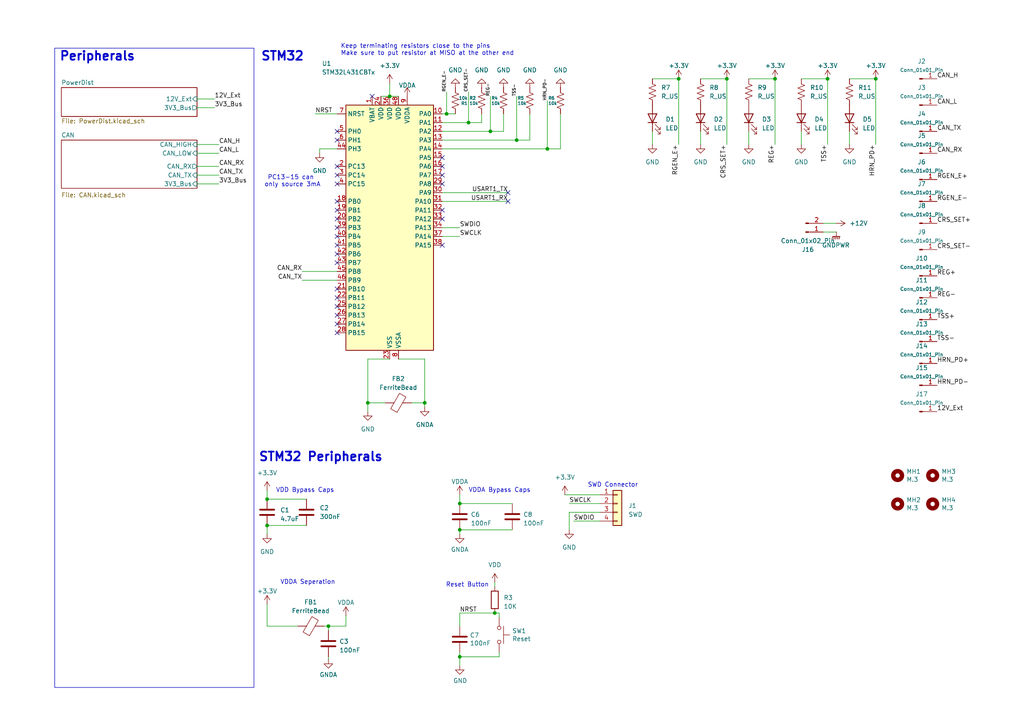
<source format=kicad_sch>
(kicad_sch (version 20231120) (generator "eeschema") (generator_version "8.0")
  (paper "A4")
  (lib_symbols
    (symbol "Connector:Conn_01x01_Pin" (pin_names (offset 1.016) hide)
      (property "Reference" "J" (at 0 2.54 0))
      (property "Value" "Conn_01x01_Pin" (at 0 -2.54 0))
      (symbol "Conn_01x01_Pin_1_1"
        (polyline (pts (xy 1.27 0) (xy 0.8636 0)) (stroke (width 0.1524)))
        (rectangle (start 0.8636 0.127) (end 0 -0.127) (stroke (width 0.1524)) (fill (type outline)))
        (pin passive line (at 5.08 0 180) (length 3.81) (name "Pin_1") (number "1"))
      )
    )
    (symbol "Connector:Conn_01x02_Pin" (pin_names (offset 1.016) hide)
      (property "Reference" "J" (at 0 2.54 0))
      (property "Value" "Conn_01x02_Pin" (at 0 -5.08 0))
      (symbol "Conn_01x02_Pin_1_1"
        (polyline (pts (xy 1.27 -2.54) (xy 0.8636 -2.54)) (stroke (width 0.1524)))
        (polyline (pts (xy 1.27 0) (xy 0.8636 0)) (stroke (width 0.1524)))
        (rectangle (start 0.8636 -2.413) (end 0 -2.667) (stroke (width 0.1524)) (fill (type outline)))
        (rectangle (start 0.8636 0.127) (end 0 -0.127) (stroke (width 0.1524)) (fill (type outline)))
        (pin passive line (at 5.08 0 180) (length 3.81) (name "Pin_1") (number "1"))
        (pin passive line (at 5.08 -2.54 180) (length 3.81) (name "Pin_2") (number "2"))
      )
    )
    (symbol "Connector_Generic:Conn_01x04" (pin_names (offset 1.016) hide)
      (property "Reference" "J" (at 0 5.08 0))
      (property "Value" "Conn_01x04" (at 0 -7.62 0))
      (symbol "Conn_01x04_1_1"
        (rectangle (start -1.27 -4.953) (end 0 -5.207) (stroke (width 0.1524)))
        (rectangle (start -1.27 -2.413) (end 0 -2.667) (stroke (width 0.1524)))
        (rectangle (start -1.27 0.127) (end 0 -0.127) (stroke (width 0.1524)))
        (rectangle (start -1.27 2.667) (end 0 2.413) (stroke (width 0.1524)))
        (rectangle (start -1.27 3.81) (end 1.27 -6.35) (stroke (width 0.254)) (fill (type background)))
        (pin passive line (at -5.08 2.54 0) (length 3.81) (name "Pin_1") (number "1"))
        (pin passive line (at -5.08 0 0) (length 3.81) (name "Pin_2") (number "2"))
        (pin passive line (at -5.08 -2.54 0) (length 3.81) (name "Pin_3") (number "3"))
        (pin passive line (at -5.08 -5.08 0) (length 3.81) (name "Pin_4") (number "4"))
      )
    )
    (symbol "Device:C" (pin_numbers hide) (pin_names (offset 0.254))
      (property "Reference" "C" (at 0.635 2.54 0))
      (property "Value" "C" (at 0.635 -2.54 0))
      (symbol "C_0_1"
        (polyline (pts (xy -2.032 -0.762) (xy 2.032 -0.762)) (stroke (width 0.508)))
        (polyline (pts (xy -2.032 0.762) (xy 2.032 0.762)) (stroke (width 0.508)))
      )
      (symbol "C_1_1"
        (pin passive line (at 0 3.81 270) (length 2.794) (name "~") (number "1"))
        (pin passive line (at 0 -3.81 90) (length 2.794) (name "~") (number "2"))
      )
    )
    (symbol "Device:FerriteBead" (pin_numbers hide) (pin_names (offset 0))
      (property "Reference" "FB" (at -3.81 0.635 90))
      (property "Value" "FerriteBead" (at 3.81 0 90))
      (symbol "FerriteBead_0_1"
        (polyline (pts (xy 0 -1.27) (xy 0 -1.2192)))
        (polyline (pts (xy 0 1.27) (xy 0 1.2954)))
        (polyline (pts (xy -2.7686 0.4064) (xy -1.7018 2.2606) (xy 2.7686 -0.3048) (xy 1.6764 -2.159) (xy -2.7686 0.4064)))
      )
      (symbol "FerriteBead_1_1"
        (pin passive line (at 0 3.81 270) (length 2.54) (name "~") (number "1"))
        (pin passive line (at 0 -3.81 90) (length 2.54) (name "~") (number "2"))
      )
    )
    (symbol "Device:LED" (pin_numbers hide) (pin_names (offset 1.016) hide)
      (property "Reference" "D" (at 0 2.54 0))
      (property "Value" "LED" (at 0 -2.54 0))
      (symbol "LED_0_1"
        (polyline (pts (xy -1.27 -1.27) (xy -1.27 1.27)) (stroke (width 0.254)))
        (polyline (pts (xy -1.27 0) (xy 1.27 0)))
        (polyline (pts (xy 1.27 -1.27) (xy 1.27 1.27) (xy -1.27 0) (xy 1.27 -1.27)) (stroke (width 0.254)))
        (polyline (pts (xy -3.048 -0.762) (xy -4.572 -2.286) (xy -3.81 -2.286) (xy -4.572 -2.286) (xy -4.572 -1.524)))
        (polyline (pts (xy -1.778 -0.762) (xy -3.302 -2.286) (xy -2.54 -2.286) (xy -3.302 -2.286) (xy -3.302 -1.524)))
      )
      (symbol "LED_1_1"
        (pin passive line (at -3.81 0 0) (length 2.54) (name "K") (number "1"))
        (pin passive line (at 3.81 0 180) (length 2.54) (name "A") (number "2"))
      )
    )
    (symbol "Device:R" (pin_numbers hide) (pin_names (offset 0))
      (property "Reference" "R" (at 2.032 0 90))
      (property "Value" "R" (at 0 0 90))
      (symbol "R_0_1"
        (rectangle (start -1.016 -2.54) (end 1.016 2.54) (stroke (width 0.254)))
      )
      (symbol "R_1_1"
        (pin passive line (at 0 3.81 270) (length 1.27) (name "~") (number "1"))
        (pin passive line (at 0 -3.81 90) (length 1.27) (name "~") (number "2"))
      )
    )
    (symbol "Device:R_US" (pin_numbers hide) (pin_names (offset 0))
      (property "Reference" "R" (at 2.54 0 90))
      (property "Value" "R_US" (at -2.54 0 90))
      (symbol "R_US_0_1"
        (polyline (pts (xy 0 -2.286) (xy 0 -2.54)))
        (polyline (pts (xy 0 2.286) (xy 0 2.54)))
        (polyline (pts (xy 0 -0.762) (xy 1.016 -1.143) (xy 0 -1.524) (xy -1.016 -1.905) (xy 0 -2.286)))
        (polyline (pts (xy 0 0.762) (xy 1.016 0.381) (xy 0 0) (xy -1.016 -0.381) (xy 0 -0.762)))
        (polyline (pts (xy 0 2.286) (xy 1.016 1.905) (xy 0 1.524) (xy -1.016 1.143) (xy 0 0.762)))
      )
      (symbol "R_US_1_1"
        (pin passive line (at 0 3.81 270) (length 1.27) (name "~") (number "1"))
        (pin passive line (at 0 -3.81 90) (length 1.27) (name "~") (number "2"))
      )
    )
    (symbol "MCU_ST_STM32L4:STM32L431CBTx"
      (property "Reference" "U" (at -12.7 36.83 0))
      (property "Value" "STM32L431CBTx" (at 7.62 36.83 0))
      (symbol "STM32L431CBTx_0_1"
        (rectangle (start -12.7 -35.56) (end 12.7 35.56) (stroke (width 0.254)) (fill (type background)))
      )
      (symbol "STM32L431CBTx_1_1"
        (pin power_in line (at -5.08 38.1 270) (length 2.54) (name "VBAT") (number "1"))
        (pin bidirectional line (at 15.24 33.02 180) (length 2.54) (name "PA0") (number "10"))
        (pin bidirectional line (at 15.24 30.48 180) (length 2.54) (name "PA1") (number "11"))
        (pin bidirectional line (at 15.24 27.94 180) (length 2.54) (name "PA2") (number "12"))
        (pin bidirectional line (at 15.24 25.4 180) (length 2.54) (name "PA3") (number "13"))
        (pin bidirectional line (at 15.24 22.86 180) (length 2.54) (name "PA4") (number "14"))
        (pin bidirectional line (at 15.24 20.32 180) (length 2.54) (name "PA5") (number "15"))
        (pin bidirectional line (at 15.24 17.78 180) (length 2.54) (name "PA6") (number "16"))
        (pin bidirectional line (at 15.24 15.24 180) (length 2.54) (name "PA7") (number "17"))
        (pin bidirectional line (at -15.24 7.62 0) (length 2.54) (name "PB0") (number "18"))
        (pin bidirectional line (at -15.24 5.08 0) (length 2.54) (name "PB1") (number "19"))
        (pin bidirectional line (at -15.24 17.78 0) (length 2.54) (name "PC13") (number "2"))
        (pin bidirectional line (at -15.24 2.54 0) (length 2.54) (name "PB2") (number "20"))
        (pin bidirectional line (at -15.24 -17.78 0) (length 2.54) (name "PB10") (number "21"))
        (pin bidirectional line (at -15.24 -20.32 0) (length 2.54) (name "PB11") (number "22"))
        (pin power_in line (at 0 -38.1 90) (length 2.54) (name "VSS") (number "23"))
        (pin power_in line (at -2.54 38.1 270) (length 2.54) (name "VDD") (number "24"))
        (pin bidirectional line (at -15.24 -22.86 0) (length 2.54) (name "PB12") (number "25"))
        (pin bidirectional line (at -15.24 -25.4 0) (length 2.54) (name "PB13") (number "26"))
        (pin bidirectional line (at -15.24 -27.94 0) (length 2.54) (name "PB14") (number "27"))
        (pin bidirectional line (at -15.24 -30.48 0) (length 2.54) (name "PB15") (number "28"))
        (pin bidirectional line (at 15.24 12.7 180) (length 2.54) (name "PA8") (number "29"))
        (pin bidirectional line (at -15.24 15.24 0) (length 2.54) (name "PC14") (number "3"))
        (pin bidirectional line (at 15.24 10.16 180) (length 2.54) (name "PA9") (number "30"))
        (pin bidirectional line (at 15.24 7.62 180) (length 2.54) (name "PA10") (number "31"))
        (pin bidirectional line (at 15.24 5.08 180) (length 2.54) (name "PA11") (number "32"))
        (pin bidirectional line (at 15.24 2.54 180) (length 2.54) (name "PA12") (number "33"))
        (pin bidirectional line (at 15.24 0 180) (length 2.54) (name "PA13") (number "34"))
        (pin passive line (at 0 -38.1 90) (length 2.54) hide (name "VSS") (number "35"))
        (pin power_in line (at 0 38.1 270) (length 2.54) (name "VDD") (number "36"))
        (pin bidirectional line (at 15.24 -2.54 180) (length 2.54) (name "PA14") (number "37"))
        (pin bidirectional line (at 15.24 -5.08 180) (length 2.54) (name "PA15") (number "38"))
        (pin bidirectional line (at -15.24 0 0) (length 2.54) (name "PB3") (number "39"))
        (pin bidirectional line (at -15.24 12.7 0) (length 2.54) (name "PC15") (number "4"))
        (pin bidirectional line (at -15.24 -2.54 0) (length 2.54) (name "PB4") (number "40"))
        (pin bidirectional line (at -15.24 -5.08 0) (length 2.54) (name "PB5") (number "41"))
        (pin bidirectional line (at -15.24 -7.62 0) (length 2.54) (name "PB6") (number "42"))
        (pin bidirectional line (at -15.24 -10.16 0) (length 2.54) (name "PB7") (number "43"))
        (pin bidirectional line (at -15.24 22.86 0) (length 2.54) (name "PH3") (number "44"))
        (pin bidirectional line (at -15.24 -12.7 0) (length 2.54) (name "PB8") (number "45"))
        (pin bidirectional line (at -15.24 -15.24 0) (length 2.54) (name "PB9") (number "46"))
        (pin passive line (at 0 -38.1 90) (length 2.54) hide (name "VSS") (number "47"))
        (pin power_in line (at 2.54 38.1 270) (length 2.54) (name "VDD") (number "48"))
        (pin bidirectional line (at -15.24 27.94 0) (length 2.54) (name "PH0") (number "5"))
        (pin bidirectional line (at -15.24 25.4 0) (length 2.54) (name "PH1") (number "6"))
        (pin input line (at -15.24 33.02 0) (length 2.54) (name "NRST") (number "7"))
        (pin power_in line (at 2.54 -38.1 90) (length 2.54) (name "VSSA") (number "8"))
        (pin power_in line (at 5.08 38.1 270) (length 2.54) (name "VDDA") (number "9"))
      )
    )
    (symbol "Mechanical:MountingHole" (pin_names (offset 1.016)) (exclude_from_sim yes) (in_bom no)
      (property "Reference" "H" (at 0 5.08 0))
      (property "Value" "MountingHole" (at 0 3.175 0))
      (symbol "MountingHole_0_1"
        (circle (center 0 0) (radius 1.27) (stroke (width 1.27)))
      )
    )
    (symbol "Switch:SW_Push" (pin_numbers hide) (pin_names (offset 1.016) hide)
      (property "Reference" "SW" (at 1.27 2.54 0))
      (property "Value" "SW_Push" (at 0 -1.524 0))
      (symbol "SW_Push_0_1"
        (circle (center -2.032 0) (radius 0.508))
        (polyline (pts (xy 0 1.27) (xy 0 3.048)))
        (polyline (pts (xy 2.54 1.27) (xy -2.54 1.27)))
        (circle (center 2.032 0) (radius 0.508))
        (pin passive line (at -5.08 0 0) (length 2.54) (name "1") (number "1"))
        (pin passive line (at 5.08 0 180) (length 2.54) (name "2") (number "2"))
      )
    )
    (symbol "power:+12V" (power) (pin_numbers hide) (pin_names (offset 0) hide)
      (property "Value" "+12V" (at 0 3.556 0))
      (symbol "+12V_0_1"
        (polyline (pts (xy -0.762 1.27) (xy 0 2.54)))
        (polyline (pts (xy 0 0) (xy 0 2.54)))
        (polyline (pts (xy 0 2.54) (xy 0.762 1.27)))
      )
      (symbol "+12V_1_1"
        (pin power_in line (at 0 0 90) (length 0) (name "~") (number "1"))
      )
    )
    (symbol "power:+3.3V" (power) (pin_numbers hide) (pin_names (offset 0) hide)
      (property "Value" "+3.3V" (at 0 3.556 0))
      (symbol "+3.3V_0_1"
        (polyline (pts (xy -0.762 1.27) (xy 0 2.54)))
        (polyline (pts (xy 0 0) (xy 0 2.54)))
        (polyline (pts (xy 0 2.54) (xy 0.762 1.27)))
      )
      (symbol "+3.3V_1_1"
        (pin power_in line (at 0 0 90) (length 0) (name "~") (number "1"))
      )
    )
    (symbol "power:GND" (power) (pin_numbers hide) (pin_names (offset 0) hide)
      (property "Value" "GND" (at 0 -3.81 0))
      (symbol "GND_0_1"
        (polyline (pts (xy 0 0) (xy 0 -1.27) (xy 1.27 -1.27) (xy 0 -2.54) (xy -1.27 -1.27) (xy 0 -1.27)))
      )
      (symbol "GND_1_1"
        (pin power_in line (at 0 0 270) (length 0) (name "~") (number "1"))
      )
    )
    (symbol "power:GNDA" (power) (pin_numbers hide) (pin_names (offset 0) hide)
      (property "Value" "GNDA" (at 0 -3.81 0))
      (symbol "GNDA_0_1"
        (polyline (pts (xy 0 0) (xy 0 -1.27) (xy 1.27 -1.27) (xy 0 -2.54) (xy -1.27 -1.27) (xy 0 -1.27)))
      )
      (symbol "GNDA_1_1"
        (pin power_in line (at 0 0 270) (length 0) (name "~") (number "1"))
      )
    )
    (symbol "power:GNDPWR" (power) (pin_numbers hide) (pin_names (offset 0) hide)
      (property "Value" "GNDPWR" (at 0 -3.302 0))
      (symbol "GNDPWR_0_1"
        (polyline (pts (xy 0 -1.27) (xy 0 0)))
        (polyline (pts (xy -1.016 -1.27) (xy -1.27 -2.032) (xy -1.27 -2.032)) (stroke (width 0.2032)))
        (polyline (pts (xy -0.508 -1.27) (xy -0.762 -2.032) (xy -0.762 -2.032)) (stroke (width 0.2032)))
        (polyline (pts (xy 0 -1.27) (xy -0.254 -2.032) (xy -0.254 -2.032)) (stroke (width 0.2032)))
        (polyline (pts (xy 0.508 -1.27) (xy 0.254 -2.032) (xy 0.254 -2.032)) (stroke (width 0.2032)))
        (polyline (pts (xy 1.016 -1.27) (xy -1.016 -1.27) (xy -1.016 -1.27)) (stroke (width 0.2032)))
        (polyline (pts (xy 1.016 -1.27) (xy 0.762 -2.032) (xy 0.762 -2.032) (xy 0.762 -2.032)) (stroke (width 0.2032)))
      )
      (symbol "GNDPWR_1_1"
        (pin power_in line (at 0 0 270) (length 0) (name "~") (number "1"))
      )
    )
    (symbol "power:VDD" (power) (pin_numbers hide) (pin_names (offset 0) hide)
      (property "Value" "VDD" (at 0 3.556 0))
      (symbol "VDD_0_1"
        (polyline (pts (xy -0.762 1.27) (xy 0 2.54)))
        (polyline (pts (xy 0 0) (xy 0 2.54)))
        (polyline (pts (xy 0 2.54) (xy 0.762 1.27)))
      )
      (symbol "VDD_1_1"
        (pin power_in line (at 0 0 90) (length 0) (name "~") (number "1"))
      )
    )
    (symbol "power:VDDA" (power) (pin_numbers hide) (pin_names (offset 0) hide)
      (property "Value" "VDDA" (at 0 3.556 0))
      (symbol "VDDA_0_1"
        (polyline (pts (xy -0.762 1.27) (xy 0 2.54)))
        (polyline (pts (xy 0 0) (xy 0 2.54)))
        (polyline (pts (xy 0 2.54) (xy 0.762 1.27)))
      )
      (symbol "VDDA_1_1"
        (pin power_in line (at 0 0 90) (length 0) (name "~") (number "1"))
      )
    )
  )
  (junction (at 158.75 43.18))
  (junction (at 142.24 38.1))
  (junction (at 133.35 146.05))
  (junction (at 196.85 22.86))
  (junction (at 123.19 116.84))
  (junction (at 149.86 40.64))
  (junction (at 135.89 35.56))
  (junction (at 129.54 33.02))
  (junction (at 240.03 22.86))
  (junction (at 95.25 181.61))
  (junction (at 133.35 190.5))
  (junction (at 106.68 116.84))
  (junction (at 133.35 153.67))
  (junction (at 143.51 177.8))
  (junction (at 113.03 27.94))
  (junction (at 210.82 22.86))
  (junction (at 77.47 144.78))
  (junction (at 77.47 152.4))
  (junction (at 224.79 22.86))
  (junction (at 254 22.86))
  (no_connect (at 128.27 71.12))
  (no_connect (at 97.79 53.34))
  (no_connect (at 128.27 53.34))
  (no_connect (at 97.79 71.12))
  (no_connect (at 97.79 91.44))
  (no_connect (at 128.27 60.96))
  (no_connect (at 97.79 96.52))
  (no_connect (at 97.79 73.66))
  (no_connect (at 97.79 40.64))
  (no_connect (at 128.27 45.72))
  (no_connect (at 97.79 76.2))
  (no_connect (at 147.32 55.88))
  (no_connect (at 128.27 63.5))
  (no_connect (at 97.79 88.9))
  (no_connect (at 107.95 27.94))
  (no_connect (at 97.79 66.04))
  (no_connect (at 97.79 83.82))
  (no_connect (at 97.79 38.1))
  (no_connect (at 97.79 63.5))
  (no_connect (at 97.79 50.8))
  (no_connect (at 128.27 50.8))
  (no_connect (at 147.32 58.42))
  (no_connect (at 97.79 48.26))
  (no_connect (at 97.79 60.96))
  (no_connect (at 97.79 58.42))
  (no_connect (at 128.27 48.26))
  (no_connect (at 97.79 86.36))
  (no_connect (at 97.79 68.58))
  (no_connect (at 97.79 93.98))
  (wire (pts (xy 147.32 58.42) (xy 128.27 58.42)))
  (wire (pts (xy 238.76 64.77) (xy 242.57 64.77)))
  (wire (pts (xy 119.38 116.84) (xy 123.19 116.84)))
  (wire (pts (xy 144.78 177.8) (xy 144.78 179.07)))
  (wire (pts (xy 232.41 38.1) (xy 232.41 41.91)))
  (wire (pts (xy 133.35 177.8) (xy 143.51 177.8)))
  (wire (pts (xy 133.35 153.67) (xy 148.59 153.67)))
  (wire (pts (xy 87.63 81.28) (xy 97.79 81.28)))
  (wire (pts (xy 189.23 22.86) (xy 196.85 22.86)))
  (wire (pts (xy 77.47 152.4) (xy 88.9 152.4)))
  (wire (pts (xy 153.67 40.64) (xy 149.86 40.64)))
  (wire (pts (xy 146.05 38.1) (xy 142.24 38.1)))
  (wire (pts (xy 240.03 22.86) (xy 240.03 41.91)))
  (wire (pts (xy 142.24 38.1) (xy 128.27 38.1)))
  (wire (pts (xy 95.25 181.61) (xy 100.33 181.61)))
  (wire (pts (xy 210.82 22.86) (xy 210.82 41.91)))
  (wire (pts (xy 133.35 143.51) (xy 133.35 146.05)))
  (wire (pts (xy 113.03 24.13) (xy 113.03 27.94)))
  (wire (pts (xy 91.44 33.02) (xy 97.79 33.02)))
  (wire (pts (xy 57.15 41.91) (xy 63.5 41.91)))
  (wire (pts (xy 133.35 190.5) (xy 144.78 190.5)))
  (wire (pts (xy 57.15 28.702) (xy 62.23 28.702)))
  (wire (pts (xy 224.79 22.86) (xy 224.79 41.91)))
  (wire (pts (xy 139.7 33.02) (xy 139.7 35.56)))
  (wire (pts (xy 123.19 104.14) (xy 123.19 116.84)))
  (wire (pts (xy 135.89 35.56) (xy 128.27 35.56)))
  (wire (pts (xy 129.54 33.02) (xy 128.27 33.02)))
  (wire (pts (xy 106.68 104.14) (xy 106.68 116.84)))
  (wire (pts (xy 165.1 148.59) (xy 165.1 153.67)))
  (wire (pts (xy 162.56 43.18) (xy 158.75 43.18)))
  (wire (pts (xy 146.05 33.02) (xy 146.05 38.1)))
  (wire (pts (xy 92.71 44.45) (xy 92.71 43.18)))
  (wire (pts (xy 128.27 55.88) (xy 147.32 55.88)))
  (wire (pts (xy 162.56 33.02) (xy 162.56 43.18)))
  (wire (pts (xy 100.33 181.61) (xy 100.33 178.562)))
  (wire (pts (xy 129.54 33.02) (xy 129.54 26.67)))
  (wire (pts (xy 129.54 33.02) (xy 132.08 33.02)))
  (wire (pts (xy 110.49 27.94) (xy 113.03 27.94)))
  (wire (pts (xy 158.75 43.18) (xy 128.27 43.18)))
  (wire (pts (xy 254 22.86) (xy 254 41.91)))
  (wire (pts (xy 232.41 22.86) (xy 240.03 22.86)))
  (wire (pts (xy 165.1 148.59) (xy 173.99 148.59)))
  (wire (pts (xy 163.83 143.51) (xy 173.99 143.51)))
  (wire (pts (xy 92.71 43.18) (xy 97.79 43.18)))
  (wire (pts (xy 158.75 29.21) (xy 158.75 43.18)))
  (wire (pts (xy 166.37 151.13) (xy 173.99 151.13)))
  (wire (pts (xy 123.19 116.84) (xy 123.19 118.11)))
  (wire (pts (xy 133.35 146.05) (xy 148.59 146.05)))
  (wire (pts (xy 77.47 181.61) (xy 86.36 181.61)))
  (wire (pts (xy 196.85 22.86) (xy 196.85 41.91)))
  (wire (pts (xy 95.25 191.262) (xy 95.25 190.5)))
  (wire (pts (xy 165.1 146.05) (xy 173.99 146.05)))
  (wire (pts (xy 106.68 116.84) (xy 106.68 119.38)))
  (wire (pts (xy 57.15 50.8) (xy 63.5 50.8)))
  (wire (pts (xy 128.27 68.58) (xy 133.35 68.58)))
  (wire (pts (xy 115.57 104.14) (xy 123.19 104.14)))
  (wire (pts (xy 238.76 67.31) (xy 242.57 67.31)))
  (wire (pts (xy 57.15 31.242) (xy 62.23 31.242)))
  (wire (pts (xy 143.51 177.8) (xy 144.78 177.8)))
  (wire (pts (xy 135.89 26.67) (xy 135.89 35.56)))
  (wire (pts (xy 139.7 35.56) (xy 135.89 35.56)))
  (wire (pts (xy 106.68 116.84) (xy 111.76 116.84)))
  (wire (pts (xy 217.17 22.86) (xy 224.79 22.86)))
  (wire (pts (xy 133.35 153.67) (xy 133.35 154.94)))
  (wire (pts (xy 246.38 22.86) (xy 254 22.86)))
  (wire (pts (xy 57.15 53.34) (xy 63.5 53.34)))
  (wire (pts (xy 106.68 104.14) (xy 113.03 104.14)))
  (wire (pts (xy 87.63 78.74) (xy 97.79 78.74)))
  (wire (pts (xy 57.15 44.45) (xy 63.5 44.45)))
  (wire (pts (xy 95.25 182.88) (xy 95.25 181.61)))
  (wire (pts (xy 203.2 38.1) (xy 203.2 41.91)))
  (wire (pts (xy 142.24 27.94) (xy 142.24 38.1)))
  (wire (pts (xy 77.47 175.26) (xy 77.47 181.61)))
  (wire (pts (xy 143.51 168.91) (xy 143.51 170.18)))
  (wire (pts (xy 57.15 48.26) (xy 63.5 48.26)))
  (wire (pts (xy 77.47 142.24) (xy 77.47 144.78)))
  (wire (pts (xy 217.17 38.1) (xy 217.17 41.91)))
  (wire (pts (xy 113.03 27.94) (xy 115.57 27.94)))
  (wire (pts (xy 153.67 33.02) (xy 153.67 40.64)))
  (wire (pts (xy 133.35 190.5) (xy 133.35 193.04)))
  (wire (pts (xy 77.47 144.78) (xy 88.9 144.78)))
  (wire (pts (xy 77.47 152.4) (xy 77.47 154.94)))
  (wire (pts (xy 133.35 177.8) (xy 133.35 181.61)))
  (wire (pts (xy 93.98 181.61) (xy 95.25 181.61)))
  (wire (pts (xy 144.78 189.23) (xy 144.78 190.5)))
  (wire (pts (xy 203.2 22.86) (xy 210.82 22.86)))
  (wire (pts (xy 189.23 38.1) (xy 189.23 41.91)))
  (wire (pts (xy 149.86 40.64) (xy 128.27 40.64)))
  (wire (pts (xy 128.27 66.04) (xy 133.35 66.04)))
  (wire (pts (xy 149.86 27.94) (xy 149.86 40.64)))
  (wire (pts (xy 133.35 189.23) (xy 133.35 190.5)))
  (wire (pts (xy 246.38 38.1) (xy 246.38 41.91)))
  (rectangle (start 15.875 13.97) (end 73.66 199.39))
  (text "PC13-15 can \nonly source 3mA" (at 84.836 52.578 0) (effects (font (size 1.27 1.27))))
  (text "STM32 Peripherals" (at 74.93 134.112 0) (effects (font (size 2.54 2.54) (thickness 0.508) (bold yes)) (justify left bottom)))
  (text "Peripherals" (at 17.145 17.907 0) (effects (font (size 2.54 2.54) (thickness 0.508) (bold yes)) (justify left bottom)))
  (text "VDD Bypass Caps" (at 80.01 143.002 0) (effects (font (size 1.27 1.27)) (justify left bottom)))
  (text "VDDA Bypass Caps" (at 135.89 143.002 0) (effects (font (size 1.27 1.27)) (justify left bottom)))
  (text "Keep terminating resistors close to the pins\nMake sure to put resistor at MISO at the other end" (at 98.806 16.256 0) (effects (font (size 1.27 1.27)) (justify left bottom)))
  (text "SWD Connector" (at 170.434 141.478 0) (effects (font (size 1.27 1.27)) (justify left bottom)))
  (text "Reset Button" (at 129.286 170.434 0) (effects (font (size 1.27 1.27)) (justify left bottom)))
  (text "VDDA Seperation" (at 81.28 169.672 0) (effects (font (size 1.27 1.27)) (justify left bottom)))
  (text "STM32" (at 75.565 17.907 0) (effects (font (size 2.54 2.54) (thickness 0.508) (bold yes)) (justify left bottom)))
  (label "CAN_TX" (at 271.78 38.1 0))
  (label "TSS-" (at 271.78 99.06 0))
  (label "CRS_SET-" (at 271.78 72.39 0))
  (label "HRN_PD-" (at 271.78 111.76 0))
  (label "RGEN_E+" (at 271.78 52.07 0))
  (label "SWDIO" (at 133.35 66.04 0))
  (label "TSS+" (at 271.78 92.71 0))
  (label "SWCLK" (at 133.35 68.58 0))
  (label "REG+" (at 271.78 80.01 0))
  (label "TSS+" (at 240.03 41.91 270))
  (label "CAN_L" (at 271.78 30.48 0))
  (label "NRST" (at 133.35 177.8 0))
  (label "CAN_RX" (at 87.63 78.74 180))
  (label "HRN_PD-" (at 158.75 29.21 90) (effects (font (size 0.889 0.889))))
  (label "3V3_Bus" (at 63.5 53.34 0))
  (label "USART1_RX" (at 147.32 58.42 180))
  (label "REG-" (at 142.24 27.94 90) (effects (font (size 0.889 0.889))))
  (label "SWCLK" (at 165.1 146.05 0))
  (label "USART1_TX" (at 147.32 55.88 180))
  (label "CRS_SET-" (at 135.89 26.67 90) (effects (font (size 0.889 0.889))))
  (label "CRS_SET+" (at 271.78 64.77 0))
  (label "SWDIO" (at 166.37 151.13 0))
  (label "RGEN_E+" (at 196.85 41.91 270))
  (label "HRN_PD+" (at 271.78 105.41 0))
  (label "RGEN_E-" (at 271.78 58.42 0))
  (label "CAN_TX" (at 87.63 81.28 180))
  (label "CAN_RX" (at 271.78 44.45 0))
  (label "REG-" (at 271.78 86.36 0))
  (label "CAN_L" (at 63.5 44.45 0))
  (label "NRST" (at 91.44 33.02 0))
  (label "RGEN_E-" (at 129.54 26.67 90) (effects (font (size 0.889 0.889))))
  (label "CRS_SET+" (at 210.82 41.91 270))
  (label "TSS-" (at 149.86 27.94 90) (effects (font (size 0.889 0.889))))
  (label "3V3_Bus" (at 62.23 31.242 0))
  (label "CAN_H" (at 271.78 22.86 0))
  (label "HRN_PD+" (at 254 41.91 270))
  (label "12V_Ext" (at 271.78 119.38 0))
  (label "12V_Ext" (at 62.23 28.702 0))
  (label "CAN_TX" (at 63.5 50.8 0))
  (label "CAN_RX" (at 63.5 48.26 0))
  (label "REG+" (at 224.79 41.91 270))
  (label "CAN_H" (at 63.5 41.91 0))
  (symbol (lib_id "power:+3.3V") (at 240.03 22.86 0) (unit 1)
    (property "Reference" "#PWR024" (effects (hide yes)))
    (property "Value" "+3.3V" (at 240.03 19.05 0))
    (property "Description" "Power symbol creates a global label with name \"+3.3V\"" (effects (hide yes)))
  )
  (symbol (lib_id "Device:C") (at 88.9 148.59 0) (unit 1)
    (property "Reference" "C2" (at 92.71 147.3199 0) (effects (justify left)))
    (property "Value" "300nF" (at 92.71 149.8599 0) (effects (justify left)))
    (property "Footprint" "Capacitor_SMD:C_0603_1608Metric" (effects (hide yes)))
    (property "Description" "Unpolarized capacitor" (effects (hide yes)))
    (property "Mouser Part Number" "80-C0805C104M5R" (effects (hide yes)))
    (property "P/N" "C0805C104M5RACTU" (effects (hide yes)))
  )
  (symbol (lib_id "power:+3.3V") (at 196.85 22.86 0) (unit 1)
    (property "Reference" "#PWR018" (effects (hide yes)))
    (property "Value" "+3.3V" (at 196.85 19.05 0))
    (property "Description" "Power symbol creates a global label with name \"+3.3V\"" (effects (hide yes)))
  )
  (symbol (lib_id "power:VDD") (at 143.51 168.91 0) (unit 1)
    (property "Reference" "#PWR014" (effects (hide yes)))
    (property "Value" "VDD" (at 143.51 163.83 0))
    (property "Description" "Power symbol creates a global label with name \"VDD\"" (effects (hide yes)))
  )
  (symbol (lib_id "Connector:Conn_01x01_Pin") (at 266.7 44.45 0) (unit 1)
    (property "Reference" "J5" (at 267.335 39.37 0))
    (property "Value" "Conn_01x01_Pin" (at 267.335 41.91 0) (effects (font (size 1.016 1.016))))
    (property "Footprint" "TestPoint:TestPoint_Pad_D1.0mm" (effects (hide yes)))
    (property "Description" "Generic connector, single row, 01x01, script generated" (effects (hide yes)))
  )
  (symbol (lib_id "power:+3.3V") (at 77.47 175.26 0) (unit 1)
    (property "Reference" "#PWR03" (effects (hide yes)))
    (property "Value" "+3.3V" (at 77.47 171.45 0))
    (property "Description" "Power symbol creates a global label with name \"+3.3V\"" (effects (hide yes)))
  )
  (symbol (lib_id "power:+3.3V") (at 163.83 143.51 0) (unit 1)
    (property "Reference" "#PWR015" (effects (hide yes)))
    (property "Value" "+3.3V" (at 163.83 138.43 0))
    (property "Description" "Power symbol creates a global label with name \"+3.3V\"" (effects (hide yes)))
  )
  (symbol (lib_id "MCU_ST_STM32L4:STM32L431CBTx") (at 113.03 66.04 0) (unit 1)
    (property "Reference" "U1" (at 93.345 18.415 0) (effects (justify left)))
    (property "Value" "STM32L431CBTx" (at 93.345 20.955 0) (effects (justify left)))
    (property "Footprint" "Package_QFP:LQFP-48_7x7mm_P0.5mm" (effects (hide yes)))
    (property "Datasheet" "https://www.st.com/resource/en/datasheet/stm32l431cb.pdf" (effects (hide yes)))
    (property "Description" "STMicroelectronics Arm Cortex-M4 MCU, 128KB flash, 64KB RAM, 80 MHz, 1.71-3.6V, 38 GPIO, LQFP48" (effects (hide yes)))
    (property "Mouser Part Number" "511-STM32L431CBT6" (effects (hide yes)))
    (property "P/N" "STM32L431CBT6" (effects (hide yes)))
  )
  (symbol (lib_id "Mechanical:MountingHole") (at 270.51 137.922 0) (unit 1)
    (property "Reference" "MH3" (at 273.05 136.7536 0) (effects (justify left)))
    (property "Value" "M.3" (at 273.05 139.065 0) (effects (justify left)))
    (property "Footprint" "MountingHole:MountingHole_3mm" (effects (hide yes)))
    (property "Description" "Mounting Hole without connection" (effects (hide yes)))
  )
  (symbol (lib_id "power:+3.3V") (at 224.79 22.86 0) (unit 1)
    (property "Reference" "#PWR022" (effects (hide yes)))
    (property "Value" "+3.3V" (at 224.79 19.05 0))
    (property "Description" "Power symbol creates a global label with name \"+3.3V\"" (effects (hide yes)))
  )
  (symbol (lib_id "Connector:Conn_01x01_Pin") (at 266.7 22.86 0) (unit 1)
    (property "Reference" "J2" (at 267.335 17.78 0))
    (property "Value" "Conn_01x01_Pin" (at 267.335 20.32 0) (effects (font (size 1.016 1.016))))
    (property "Footprint" "TestPoint:TestPoint_Pad_D1.0mm" (effects (hide yes)))
    (property "Description" "Generic connector, single row, 01x01, script generated" (effects (hide yes)))
  )
  (symbol (lib_id "Connector:Conn_01x01_Pin") (at 266.7 119.38 0) (unit 1)
    (property "Reference" "J17" (at 267.335 114.3 0))
    (property "Value" "Conn_01x01_Pin" (at 267.335 116.84 0) (effects (font (size 1.016 1.016))))
    (property "Footprint" "TestPoint:TestPoint_Pad_D1.0mm" (effects (hide yes)))
    (property "Description" "Generic connector, single row, 01x01, script generated" (effects (hide yes)))
  )
  (symbol (lib_id "Device:R_US") (at 162.56 29.21 0) (unit 1)
    (property "Reference" "R6" (at 159.004 28.448 0) (effects (font (size 0.889 0.889)) (justify left)))
    (property "Value" "10k" (at 159.004 29.972 0) (effects (font (size 0.889 0.889)) (justify left)))
    (property "Footprint" "Resistor_SMD:R_0603_1608Metric" (effects (hide yes)))
    (property "Description" "Resistor, US symbol" (effects (hide yes)))
  )
  (symbol (lib_id "Connector:Conn_01x01_Pin") (at 266.7 86.36 0) (unit 1)
    (property "Reference" "J11" (at 267.335 81.28 0))
    (property "Value" "Conn_01x01_Pin" (at 267.335 83.82 0) (effects (font (size 1.016 1.016))))
    (property "Footprint" "TestPoint:TestPoint_Pad_D1.0mm" (effects (hide yes)))
    (property "Description" "Generic connector, single row, 01x01, script generated" (effects (hide yes)))
  )
  (symbol (lib_id "power:GND") (at 189.23 41.91 0) (unit 1)
    (property "Reference" "#PWR017" (effects (hide yes)))
    (property "Value" "GND" (at 189.23 46.99 0))
    (property "Description" "Power symbol creates a global label with name \"GND\" , ground" (effects (hide yes)))
  )
  (symbol (lib_id "Device:R_US") (at 132.08 29.21 180) (unit 1)
    (property "Reference" "R1" (at 135.636 29.972 0) (effects (font (size 0.889 0.889)) (justify left)))
    (property "Value" "10k" (at 135.636 28.448 0) (effects (font (size 0.889 0.889)) (justify left)))
    (property "Footprint" "Resistor_SMD:R_0603_1608Metric" (effects (hide yes)))
    (property "Description" "Resistor, US symbol" (effects (hide yes)))
  )
  (symbol (lib_id "Connector:Conn_01x01_Pin") (at 266.7 38.1 0) (unit 1)
    (property "Reference" "J4" (at 267.335 33.02 0))
    (property "Value" "Conn_01x01_Pin" (at 267.335 35.56 0) (effects (font (size 1.016 1.016))))
    (property "Footprint" "TestPoint:TestPoint_Pad_D1.0mm" (effects (hide yes)))
    (property "Description" "Generic connector, single row, 01x01, script generated" (effects (hide yes)))
  )
  (symbol (lib_id "Mechanical:MountingHole") (at 270.51 146.177 0) (unit 1)
    (property "Reference" "MH4" (at 273.05 145.0086 0) (effects (justify left)))
    (property "Value" "M.3" (at 273.05 147.32 0) (effects (justify left)))
    (property "Footprint" "MountingHole:MountingHole_3mm" (effects (hide yes)))
    (property "Description" "Mounting Hole without connection" (effects (hide yes)))
  )
  (symbol (lib_id "Connector:Conn_01x01_Pin") (at 266.7 52.07 0) (unit 1)
    (property "Reference" "J6" (at 267.335 46.99 0))
    (property "Value" "Conn_01x01_Pin" (at 267.335 49.53 0) (effects (font (size 1.016 1.016))))
    (property "Footprint" "TestPoint:TestPoint_Pad_D1.0mm" (effects (hide yes)))
    (property "Description" "Generic connector, single row, 01x01, script generated" (effects (hide yes)))
  )
  (symbol (lib_id "power:GNDA") (at 133.35 154.94 0) (unit 1)
    (property "Reference" "#PWR012" (effects (hide yes)))
    (property "Value" "GNDA" (at 133.35 159.385 0))
    (property "Description" "Power symbol creates a global label with name \"GNDA\" , analog ground" (effects (hide yes)))
  )
  (symbol (lib_id "power:GNDPWR") (at 242.57 67.31 0) (unit 1)
    (property "Reference" "#PWR052" (effects (hide yes)))
    (property "Value" "GNDPWR" (at 242.443 71.12 0))
    (property "Description" "Power symbol creates a global label with name \"GNDPWR\" , global ground" (effects (hide yes)))
  )
  (symbol (lib_id "Device:C") (at 133.35 185.42 0) (unit 1)
    (property "Reference" "C7" (at 136.271 184.2516 0) (effects (justify left)))
    (property "Value" "100nF" (at 136.271 186.563 0) (effects (justify left)))
    (property "Footprint" "Capacitor_SMD:C_0603_1608Metric" (effects (hide yes)))
    (property "Description" "Unpolarized capacitor" (effects (hide yes)))
    (property "Mouser Part Number" "80-C0805C104M5R" (effects (hide yes)))
    (property "P/N" "C0805C104M5RACTU" (effects (hide yes)))
  )
  (symbol (lib_id "Device:LED") (at 217.17 34.29 90) (unit 1)
    (property "Reference" "D3" (at 220.98 34.6074 90) (effects (justify right)))
    (property "Value" "LED" (at 220.98 37.1474 90) (effects (justify right)))
    (property "Footprint" "LED_SMD:LED_0603_1608Metric" (effects (hide yes)))
    (property "Description" "Light emitting diode" (effects (hide yes)))
  )
  (symbol (lib_id "Connector:Conn_01x01_Pin") (at 266.7 80.01 0) (unit 1)
    (property "Reference" "J10" (at 267.335 74.93 0))
    (property "Value" "Conn_01x01_Pin" (at 267.335 77.47 0) (effects (font (size 1.016 1.016))))
    (property "Footprint" "TestPoint:TestPoint_Pad_D1.0mm" (effects (hide yes)))
    (property "Description" "Generic connector, single row, 01x01, script generated" (effects (hide yes)))
  )
  (symbol (lib_id "power:VDDA") (at 118.11 27.94 0) (unit 1)
    (property "Reference" "#PWR09" (effects (hide yes)))
    (property "Value" "VDDA" (at 118.11 24.765 0))
    (property "Description" "Power symbol creates a global label with name \"VDDA\"" (effects (hide yes)))
  )
  (symbol (lib_id "Device:R_US") (at 203.2 26.67 0) (unit 1)
    (property "Reference" "R8" (at 205.74 25.3999 0) (effects (justify left)))
    (property "Value" "R_US" (at 205.74 27.9399 0) (effects (justify left)))
    (property "Footprint" "Resistor_SMD:R_0603_1608Metric" (effects (hide yes)))
    (property "Description" "Resistor, US symbol" (effects (hide yes)))
  )
  (symbol (lib_id "Device:C") (at 133.35 149.86 0) (unit 1)
    (property "Reference" "C6" (at 136.525 149.225 0) (effects (justify left)))
    (property "Value" "100nF" (at 136.525 151.765 0) (effects (justify left)))
    (property "Footprint" "Capacitor_SMD:C_0603_1608Metric" (effects (hide yes)))
    (property "Description" "Unpolarized capacitor" (effects (hide yes)))
    (property "Mouser Part Number" "80-C0805C104M5R" (effects (hide yes)))
    (property "P/N" "C0805C104M5RACTU" (effects (hide yes)))
  )
  (symbol (lib_id "Device:R_US") (at 153.67 29.21 0) (unit 1)
    (property "Reference" "R5" (at 150.114 28.448 0) (effects (font (size 0.889 0.889)) (justify left)))
    (property "Value" "10k" (at 150.114 29.972 0) (effects (font (size 0.889 0.889)) (justify left)))
    (property "Footprint" "Resistor_SMD:R_0603_1608Metric" (effects (hide yes)))
    (property "Description" "Resistor, US symbol" (effects (hide yes)))
  )
  (symbol (lib_id "power:GND") (at 146.05 25.4 180) (unit 1)
    (property "Reference" "#PWR048" (effects (hide yes)))
    (property "Value" "GND" (at 146.05 20.32 0))
    (property "Description" "Power symbol creates a global label with name \"GND\" , ground" (effects (hide yes)))
  )
  (symbol (lib_id "Device:R_US") (at 217.17 26.67 0) (unit 1)
    (property "Reference" "R9" (at 219.71 25.3999 0) (effects (justify left)))
    (property "Value" "R_US" (at 219.71 27.9399 0) (effects (justify left)))
    (property "Footprint" "Resistor_SMD:R_0603_1608Metric" (effects (hide yes)))
    (property "Description" "Resistor, US symbol" (effects (hide yes)))
  )
  (symbol (lib_id "Connector:Conn_01x01_Pin") (at 266.7 99.06 0) (unit 1)
    (property "Reference" "J13" (at 267.335 93.98 0))
    (property "Value" "Conn_01x01_Pin" (at 267.335 96.52 0) (effects (font (size 1.016 1.016))))
    (property "Footprint" "TestPoint:TestPoint_Pad_D1.0mm" (effects (hide yes)))
    (property "Description" "Generic connector, single row, 01x01, script generated" (effects (hide yes)))
  )
  (symbol (lib_id "Device:R_US") (at 146.05 29.21 0) (unit 1)
    (property "Reference" "R4" (at 142.494 28.448 0) (effects (font (size 0.889 0.889)) (justify left)))
    (property "Value" "10k" (at 142.494 29.972 0) (effects (font (size 0.889 0.889)) (justify left)))
    (property "Footprint" "Resistor_SMD:R_0603_1608Metric" (effects (hide yes)))
    (property "Description" "Resistor, US symbol" (effects (hide yes)))
  )
  (symbol (lib_id "power:+3.3V") (at 210.82 22.86 0) (unit 1)
    (property "Reference" "#PWR020" (effects (hide yes)))
    (property "Value" "+3.3V" (at 210.82 19.05 0))
    (property "Description" "Power symbol creates a global label with name \"+3.3V\"" (effects (hide yes)))
  )
  (symbol (lib_id "power:GND") (at 246.38 41.91 0) (unit 1)
    (property "Reference" "#PWR025" (effects (hide yes)))
    (property "Value" "GND" (at 246.38 46.99 0))
    (property "Description" "Power symbol creates a global label with name \"GND\" , ground" (effects (hide yes)))
  )
  (symbol (lib_id "power:VDDA") (at 133.35 143.51 0) (unit 1)
    (property "Reference" "#PWR011" (effects (hide yes)))
    (property "Value" "VDDA" (at 133.35 139.7 0))
    (property "Description" "Power symbol creates a global label with name \"VDDA\"" (effects (hide yes)))
  )
  (symbol (lib_id "Switch:SW_Push") (at 144.78 184.15 270) (unit 1)
    (property "Reference" "SW1" (at 148.5392 182.9816 90) (effects (justify left)))
    (property "Value" "Reset" (at 148.5392 185.293 90) (effects (justify left)))
    (property "Footprint" "Button_Switch_SMD:SW_SPST_B3SL-1002P" (effects (hide yes)))
    (property "Description" "Push button switch, generic, two pins" (effects (hide yes)))
    (property "P/N" "B3SL-1002P" (effects (hide yes)))
    (property "Mouser Part Number" "653-B3SL-1002P" (effects (hide yes)))
  )
  (symbol (lib_id "power:GND") (at 165.1 153.67 0) (unit 1)
    (property "Reference" "#PWR016" (effects (hide yes)))
    (property "Value" "GND" (at 165.1 158.75 0))
    (property "Description" "Power symbol creates a global label with name \"GND\" , ground" (effects (hide yes)))
  )
  (symbol (lib_id "Device:FerriteBead") (at 90.17 181.61 90) (unit 1)
    (property "Reference" "FB1" (at 90.1192 174.625 90))
    (property "Value" "FerriteBead" (at 90.1192 177.165 90))
    (property "Footprint" "Inductor_SMD:L_0603_1608Metric" (effects (hide yes)))
    (property "Description" "Ferrite bead" (effects (hide yes)))
    (property "Mouser Part Number" "704-MFBW1V2012-121-R" (effects (hide yes)))
    (property "P/N" "MFBW1V2012-121-R" (effects (hide yes)))
  )
  (symbol (lib_id "Connector_Generic:Conn_01x04") (at 179.07 146.05 0) (unit 1)
    (property "Reference" "J1" (at 182.245 146.685 0) (effects (justify left)))
    (property "Value" "SWD" (at 182.245 149.225 0) (effects (justify left)))
    (property "Footprint" "Connector_PinHeader_2.54mm:PinHeader_1x04_P2.54mm_Vertical" (effects (hide yes)))
    (property "Description" "Generic connector, single row, 01x04, script generated (kicad-library-utils/schlib/autogen/connector/)" (effects (hide yes)))
  )
  (symbol (lib_id "Device:C") (at 95.25 186.69 0) (unit 1)
    (property "Reference" "C3" (at 98.425 186.055 0) (effects (justify left)))
    (property "Value" "100nF" (at 98.425 188.595 0) (effects (justify left)))
    (property "Footprint" "Capacitor_SMD:C_0603_1608Metric" (effects (hide yes)))
    (property "Description" "Unpolarized capacitor" (effects (hide yes)))
    (property "Mouser Part Number" "80-C0805C104M5R" (effects (hide yes)))
    (property "P/N" "C0805C104M5RACTU" (effects (hide yes)))
  )
  (symbol (lib_id "Device:R_US") (at 246.38 26.67 0) (unit 1)
    (property "Reference" "R11" (at 248.92 25.3999 0) (effects (justify left)))
    (property "Value" "R_US" (at 248.92 27.9399 0) (effects (justify left)))
    (property "Footprint" "Resistor_SMD:R_0603_1608Metric" (effects (hide yes)))
    (property "Description" "Resistor, US symbol" (effects (hide yes)))
  )
  (symbol (lib_id "Device:LED") (at 246.38 34.29 90) (unit 1)
    (property "Reference" "D5" (at 250.19 34.6074 90) (effects (justify right)))
    (property "Value" "LED" (at 250.19 37.1474 90) (effects (justify right)))
    (property "Footprint" "LED_SMD:LED_0603_1608Metric" (effects (hide yes)))
    (property "Description" "Light emitting diode" (effects (hide yes)))
  )
  (symbol (lib_id "power:+3.3V") (at 77.47 142.24 0) (unit 1)
    (property "Reference" "#PWR01" (effects (hide yes)))
    (property "Value" "+3.3V" (at 77.47 137.16 0))
    (property "Description" "Power symbol creates a global label with name \"+3.3V\"" (effects (hide yes)))
  )
  (symbol (lib_id "power:GND") (at 162.56 25.4 180) (unit 1)
    (property "Reference" "#PWR050" (effects (hide yes)))
    (property "Value" "GND" (at 162.56 20.32 0))
    (property "Description" "Power symbol creates a global label with name \"GND\" , ground" (effects (hide yes)))
  )
  (symbol (lib_id "power:GND") (at 106.68 119.38 0) (unit 1)
    (property "Reference" "#PWR07" (effects (hide yes)))
    (property "Value" "GND" (at 106.68 124.46 0))
    (property "Description" "Power symbol creates a global label with name \"GND\" , ground" (effects (hide yes)))
  )
  (symbol (lib_id "power:+12V") (at 242.57 64.77 270) (unit 1)
    (property "Reference" "#PWR051" (effects (hide yes)))
    (property "Value" "+12V" (at 246.38 64.7699 90) (effects (justify left)))
    (property "Description" "Power symbol creates a global label with name \"+12V\"" (effects (hide yes)))
  )
  (symbol (lib_id "Connector:Conn_01x01_Pin") (at 266.7 105.41 0) (unit 1)
    (property "Reference" "J14" (at 267.335 100.33 0))
    (property "Value" "Conn_01x01_Pin" (at 267.335 102.87 0) (effects (font (size 1.016 1.016))))
    (property "Footprint" "TestPoint:TestPoint_Pad_D1.0mm" (effects (hide yes)))
    (property "Description" "Generic connector, single row, 01x01, script generated" (effects (hide yes)))
  )
  (symbol (lib_id "Connector:Conn_01x01_Pin") (at 266.7 58.42 0) (unit 1)
    (property "Reference" "J7" (at 267.335 53.34 0))
    (property "Value" "Conn_01x01_Pin" (at 267.335 55.88 0) (effects (font (size 1.016 1.016))))
    (property "Footprint" "TestPoint:TestPoint_Pad_D1.0mm" (effects (hide yes)))
    (property "Description" "Generic connector, single row, 01x01, script generated" (effects (hide yes)))
  )
  (symbol (lib_id "Connector:Conn_01x02_Pin") (at 233.68 67.31 0) (mirror x) (unit 1)
    (property "Reference" "J16" (at 234.315 72.39 0))
    (property "Value" "Conn_01x02_Pin" (at 234.315 69.85 0))
    (property "Footprint" "UTSVT_Connectors:Molex_MicroFit3.0_1x2xP3.00mm_PolarizingPeg_Vertical" (effects (hide yes)))
    (property "Description" "Generic connector, single row, 01x02, script generated" (effects (hide yes)))
  )
  (symbol (lib_id "Device:FerriteBead") (at 115.57 116.84 90) (unit 1)
    (property "Reference" "FB2" (at 115.5192 109.855 90))
    (property "Value" "FerriteBead" (at 115.5192 112.395 90))
    (property "Footprint" "Inductor_SMD:L_0603_1608Metric" (effects (hide yes)))
    (property "Description" "Ferrite bead" (effects (hide yes)))
    (property "Mouser Part Number" "704-MFBW1V2012-121-R" (effects (hide yes)))
    (property "P/N" "MFBW1V2012-121-R" (effects (hide yes)))
  )
  (symbol (lib_id "power:GNDA") (at 123.19 118.11 0) (unit 1)
    (property "Reference" "#PWR010" (effects (hide yes)))
    (property "Value" "GNDA" (at 123.19 123.19 0))
    (property "Description" "Power symbol creates a global label with name \"GNDA\" , analog ground" (effects (hide yes)))
  )
  (symbol (lib_id "Device:R") (at 143.51 173.99 0) (unit 1)
    (property "Reference" "R3" (at 146.05 173.355 0) (effects (justify left)))
    (property "Value" "10K" (at 146.05 175.895 0) (effects (justify left)))
    (property "Footprint" "Resistor_SMD:R_0603_1608Metric" (effects (hide yes)))
    (property "Description" "Resistor" (effects (hide yes)))
    (property "Mouser Part Number" "71-CRCW080510K0FKEAC" (effects (hide yes)))
    (property "P/N" "CRCW080510K0FKEAC" (effects (hide yes)))
  )
  (symbol (lib_id "Device:R_US") (at 189.23 26.67 0) (unit 1)
    (property "Reference" "R7" (at 191.77 25.3999 0) (effects (justify left)))
    (property "Value" "R_US" (at 191.77 27.9399 0) (effects (justify left)))
    (property "Footprint" "Resistor_SMD:R_0603_1608Metric" (effects (hide yes)))
    (property "Description" "Resistor, US symbol" (effects (hide yes)))
  )
  (symbol (lib_id "Device:LED") (at 189.23 34.29 90) (unit 1)
    (property "Reference" "D1" (at 193.04 34.6074 90) (effects (justify right)))
    (property "Value" "LED" (at 193.04 37.1474 90) (effects (justify right)))
    (property "Footprint" "LED_SMD:LED_0603_1608Metric" (effects (hide yes)))
    (property "Description" "Light emitting diode" (effects (hide yes)))
  )
  (symbol (lib_id "power:GND") (at 217.17 41.91 0) (unit 1)
    (property "Reference" "#PWR021" (effects (hide yes)))
    (property "Value" "GND" (at 217.17 46.99 0))
    (property "Description" "Power symbol creates a global label with name \"GND\" , ground" (effects (hide yes)))
  )
  (symbol (lib_id "Connector:Conn_01x01_Pin") (at 266.7 72.39 0) (unit 1)
    (property "Reference" "J9" (at 267.335 67.31 0))
    (property "Value" "Conn_01x01_Pin" (at 267.335 69.85 0) (effects (font (size 1.016 1.016))))
    (property "Footprint" "TestPoint:TestPoint_Pad_D1.0mm" (effects (hide yes)))
    (property "Description" "Generic connector, single row, 01x01, script generated" (effects (hide yes)))
  )
  (symbol (lib_id "Device:LED") (at 203.2 34.29 90) (unit 1)
    (property "Reference" "D2" (at 207.01 34.6074 90) (effects (justify right)))
    (property "Value" "LED" (at 207.01 37.1474 90) (effects (justify right)))
    (property "Footprint" "LED_SMD:LED_0603_1608Metric" (effects (hide yes)))
    (property "Description" "Light emitting diode" (effects (hide yes)))
  )
  (symbol (lib_id "power:VDDA") (at 100.33 178.562 0) (unit 1)
    (property "Reference" "#PWR06" (effects (hide yes)))
    (property "Value" "VDDA" (at 100.33 174.752 0))
    (property "Description" "Power symbol creates a global label with name \"VDDA\"" (effects (hide yes)))
  )
  (symbol (lib_id "Device:LED") (at 232.41 34.29 90) (unit 1)
    (property "Reference" "D4" (at 236.22 34.6074 90) (effects (justify right)))
    (property "Value" "LED" (at 236.22 37.1474 90) (effects (justify right)))
    (property "Footprint" "LED_SMD:LED_0603_1608Metric" (effects (hide yes)))
    (property "Description" "Light emitting diode" (effects (hide yes)))
  )
  (symbol (lib_id "Mechanical:MountingHole") (at 260.35 146.177 0) (unit 1)
    (property "Reference" "MH2" (at 262.89 145.0086 0) (effects (justify left)))
    (property "Value" "M.3" (at 262.89 147.32 0) (effects (justify left)))
    (property "Footprint" "MountingHole:MountingHole_3mm" (effects (hide yes)))
    (property "Description" "Mounting Hole without connection" (effects (hide yes)))
  )
  (symbol (lib_id "power:GND") (at 133.35 193.04 0) (unit 1)
    (property "Reference" "#PWR013" (effects (hide yes)))
    (property "Value" "GND" (at 133.477 197.4342 0))
    (property "Description" "Power symbol creates a global label with name \"GND\" , ground" (effects (hide yes)))
  )
  (symbol (lib_id "Device:C") (at 77.47 148.59 0) (unit 1)
    (property "Reference" "C1" (at 81.28 147.955 0) (effects (justify left)))
    (property "Value" "4.7uF" (at 81.28 150.495 0) (effects (justify left)))
    (property "Footprint" "Capacitor_SMD:C_0603_1608Metric" (effects (hide yes)))
    (property "Description" "Unpolarized capacitor" (effects (hide yes)))
    (property "Mouser Part Number" "81-GRM219R6YA475KA3D" (effects (hide yes)))
    (property "P/N" "GRM219R6YA475KA73D" (effects (hide yes)))
  )
  (symbol (lib_id "Device:C") (at 148.59 149.86 0) (unit 1)
    (property "Reference" "C8" (at 151.765 149.225 0) (effects (justify left)))
    (property "Value" "100nF" (at 151.765 151.765 0) (effects (justify left)))
    (property "Footprint" "Capacitor_SMD:C_0603_1608Metric" (effects (hide yes)))
    (property "Description" "Unpolarized capacitor" (effects (hide yes)))
    (property "Mouser Part Number" "80-C0805C104M5R" (effects (hide yes)))
    (property "P/N" "C0805C104M5RACTU" (effects (hide yes)))
  )
  (symbol (lib_id "power:+3.3V") (at 113.03 24.13 0) (unit 1)
    (property "Reference" "#PWR08" (effects (hide yes)))
    (property "Value" "+3.3V" (at 113.03 19.05 0))
    (property "Description" "Power symbol creates a global label with name \"+3.3V\"" (effects (hide yes)))
  )
  (symbol (lib_id "Device:R_US") (at 139.7 29.21 0) (unit 1)
    (property "Reference" "R2" (at 136.144 28.448 0) (effects (font (size 0.889 0.889)) (justify left)))
    (property "Value" "10k" (at 136.144 29.972 0) (effects (font (size 0.889 0.889)) (justify left)))
    (property "Footprint" "Resistor_SMD:R_0603_1608Metric" (effects (hide yes)))
    (property "Description" "Resistor, US symbol" (effects (hide yes)))
  )
  (symbol (lib_id "power:GND") (at 203.2 41.91 0) (unit 1)
    (property "Reference" "#PWR019" (effects (hide yes)))
    (property "Value" "GND" (at 203.2 46.99 0))
    (property "Description" "Power symbol creates a global label with name \"GND\" , ground" (effects (hide yes)))
  )
  (symbol (lib_id "power:GND") (at 132.08 25.4 180) (unit 1)
    (property "Reference" "#PWR046" (effects (hide yes)))
    (property "Value" "GND" (at 132.08 20.32 0))
    (property "Description" "Power symbol creates a global label with name \"GND\" , ground" (effects (hide yes)))
  )
  (symbol (lib_id "Connector:Conn_01x01_Pin") (at 266.7 111.76 0) (unit 1)
    (property "Reference" "J15" (at 267.335 106.68 0))
    (property "Value" "Conn_01x01_Pin" (at 267.335 109.22 0) (effects (font (size 1.016 1.016))))
    (property "Footprint" "TestPoint:TestPoint_Pad_D1.0mm" (effects (hide yes)))
    (property "Description" "Generic connector, single row, 01x01, script generated" (effects (hide yes)))
  )
  (symbol (lib_id "Mechanical:MountingHole") (at 260.35 137.922 0) (unit 1)
    (property "Reference" "MH1" (at 262.89 136.7536 0) (effects (justify left)))
    (property "Value" "M.3" (at 262.89 139.065 0) (effects (justify left)))
    (property "Footprint" "MountingHole:MountingHole_3mm" (effects (hide yes)))
    (property "Description" "Mounting Hole without connection" (effects (hide yes)))
  )
  (symbol (lib_id "power:GND") (at 232.41 41.91 0) (unit 1)
    (property "Reference" "#PWR023" (effects (hide yes)))
    (property "Value" "GND" (at 232.41 46.99 0))
    (property "Description" "Power symbol creates a global label with name \"GND\" , ground" (effects (hide yes)))
  )
  (symbol (lib_id "power:GND") (at 77.47 154.94 0) (unit 1)
    (property "Reference" "#PWR02" (effects (hide yes)))
    (property "Value" "GND" (at 77.47 160.02 0))
    (property "Description" "Power symbol creates a global label with name \"GND\" , ground" (effects (hide yes)))
  )
  (symbol (lib_id "Connector:Conn_01x01_Pin") (at 266.7 64.77 0) (unit 1)
    (property "Reference" "J8" (at 267.335 59.69 0))
    (property "Value" "Conn_01x01_Pin" (at 267.335 62.23 0) (effects (font (size 1.016 1.016))))
    (property "Footprint" "TestPoint:TestPoint_Pad_D1.0mm" (effects (hide yes)))
    (property "Description" "Generic connector, single row, 01x01, script generated" (effects (hide yes)))
  )
  (symbol (lib_id "Connector:Conn_01x01_Pin") (at 266.7 92.71 0) (unit 1)
    (property "Reference" "J12" (at 267.335 87.63 0))
    (property "Value" "Conn_01x01_Pin" (at 267.335 90.17 0) (effects (font (size 1.016 1.016))))
    (property "Footprint" "TestPoint:TestPoint_Pad_D1.0mm" (effects (hide yes)))
    (property "Description" "Generic connector, single row, 01x01, script generated" (effects (hide yes)))
  )
  (symbol (lib_id "power:+3.3V") (at 254 22.86 0) (unit 1)
    (property "Reference" "#PWR026" (effects (hide yes)))
    (property "Value" "+3.3V" (at 254 19.05 0))
    (property "Description" "Power symbol creates a global label with name \"+3.3V\"" (effects (hide yes)))
  )
  (symbol (lib_id "power:GND") (at 153.67 25.4 180) (unit 1)
    (property "Reference" "#PWR049" (effects (hide yes)))
    (property "Value" "GND" (at 153.67 20.32 0))
    (property "Description" "Power symbol creates a global label with name \"GND\" , ground" (effects (hide yes)))
  )
  (symbol (lib_id "power:GND") (at 139.7 25.4 180) (unit 1)
    (property "Reference" "#PWR047" (effects (hide yes)))
    (property "Value" "GND" (at 139.7 20.32 0))
    (property "Description" "Power symbol creates a global label with name \"GND\" , ground" (effects (hide yes)))
  )
  (symbol (lib_id "power:GND") (at 92.71 44.45 0) (unit 1)
    (property "Reference" "#PWR04" (effects (hide yes)))
    (property "Value" "GND" (at 92.71 49.53 0))
    (property "Description" "Power symbol creates a global label with name \"GND\" , ground" (effects (hide yes)))
  )
  (symbol (lib_id "power:GNDA") (at 95.25 191.262 0) (unit 1)
    (property "Reference" "#PWR05" (effects (hide yes)))
    (property "Value" "GNDA" (at 95.25 195.707 0))
    (property "Description" "Power symbol creates a global label with name \"GNDA\" , analog ground" (effects (hide yes)))
  )
  (symbol (lib_id "Device:R_US") (at 232.41 26.67 0) (unit 1)
    (property "Reference" "R10" (at 234.95 25.3999 0) (effects (justify left)))
    (property "Value" "R_US" (at 234.95 27.9399 0) (effects (justify left)))
    (property "Footprint" "Resistor_SMD:R_0603_1608Metric" (effects (hide yes)))
    (property "Description" "Resistor, US symbol" (effects (hide yes)))
  )
  (symbol (lib_id "Connector:Conn_01x01_Pin") (at 266.7 30.48 0) (unit 1)
    (property "Reference" "J3" (at 267.335 25.4 0))
    (property "Value" "Conn_01x01_Pin" (at 267.335 27.94 0) (effects (font (size 1.016 1.016))))
    (property "Footprint" "TestPoint:TestPoint_Pad_D1.0mm" (effects (hide yes)))
    (property "Description" "Generic connector, single row, 01x01, script generated" (effects (hide yes)))
  )
  (sheet (at 17.78 40.64) (size 39.37 13.97) (stroke (width 0.1524))
    (property "Sheetname" "CAN" (at 17.78 39.9284 0) (effects (justify left bottom)))
    (property "Sheetfile" "CAN.kicad_sch" (at 17.78 55.8296 0) (effects (justify left top)))
    (pin "CAN_RX" output (at 57.15 48.26 0))
    (pin "CAN_TX" input (at 57.15 50.8 0))
    (pin "CAN_HIGH" input (at 57.15 41.91 0))
    (pin "CAN_LOW" input (at 57.15 44.45 0))
    (pin "3V3_Bus" input (at 57.15 53.34 0))
  )
  (sheet (at 17.78 25.4) (size 39.37 8.382) (stroke (width 0.1524))
    (property "Sheetname" "PowerDist" (at 17.78 24.6884 0) (effects (justify left bottom)))
    (property "Sheetfile" "PowerDist.kicad_sch" (at 17.78 34.3666 0) (effects (justify left top)))
    (pin "12V_Ext" input (at 57.15 28.702 0))
    (pin "3V3_Bus" output (at 57.15 31.242 0))
  )
)
</source>
